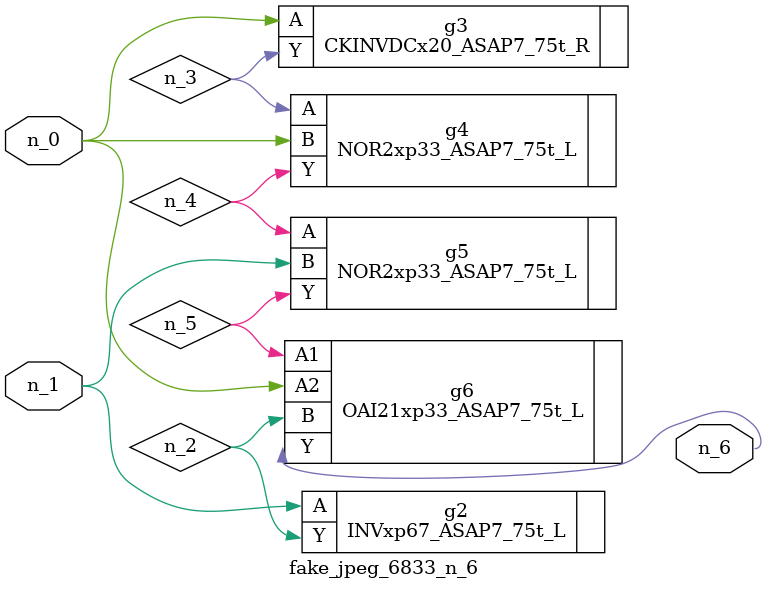
<source format=v>
module fake_jpeg_6833_n_6 (n_0, n_1, n_6);

input n_0;
input n_1;

output n_6;

wire n_3;
wire n_2;
wire n_4;
wire n_5;

INVxp67_ASAP7_75t_L g2 ( 
.A(n_1),
.Y(n_2)
);

CKINVDCx20_ASAP7_75t_R g3 ( 
.A(n_0),
.Y(n_3)
);

NOR2xp33_ASAP7_75t_L g4 ( 
.A(n_3),
.B(n_0),
.Y(n_4)
);

NOR2xp33_ASAP7_75t_L g5 ( 
.A(n_4),
.B(n_1),
.Y(n_5)
);

OAI21xp33_ASAP7_75t_L g6 ( 
.A1(n_5),
.A2(n_0),
.B(n_2),
.Y(n_6)
);


endmodule
</source>
